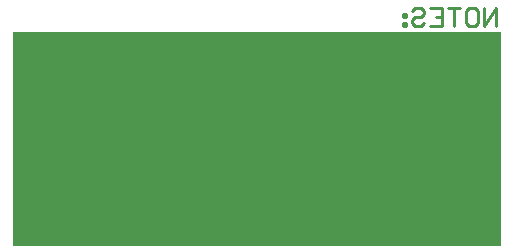
<source format=gbo>
G04*
G04 #@! TF.GenerationSoftware,Altium Limited,Altium Designer,18.1.9 (240)*
G04*
G04 Layer_Color=32896*
%FSLAX25Y25*%
%MOIN*%
G70*
G01*
G75*
%ADD12C,0.01000*%
%ADD74R,1.62992X0.71260*%
D12*
X256087Y206118D02*
Y212116D01*
X252088Y206118D01*
Y212116D01*
X247090D02*
X249089D01*
X250089Y211117D01*
Y207118D01*
X249089Y206118D01*
X247090D01*
X246090Y207118D01*
Y211117D01*
X247090Y212116D01*
X244091D02*
X240092D01*
X242091D01*
Y206118D01*
X234094Y212116D02*
X238092D01*
Y206118D01*
X234094D01*
X238092Y209117D02*
X236093D01*
X228096Y211117D02*
X229095Y212116D01*
X231095D01*
X232094Y211117D01*
Y210117D01*
X231095Y209117D01*
X229095D01*
X228096Y208118D01*
Y207118D01*
X229095Y206118D01*
X231095D01*
X232094Y207118D01*
X226096Y210117D02*
X225097D01*
Y209117D01*
X226096D01*
Y210117D01*
Y207118D02*
X225097D01*
Y206118D01*
X226096D01*
Y207118D01*
D74*
X176378Y168307D02*
D03*
M02*

</source>
